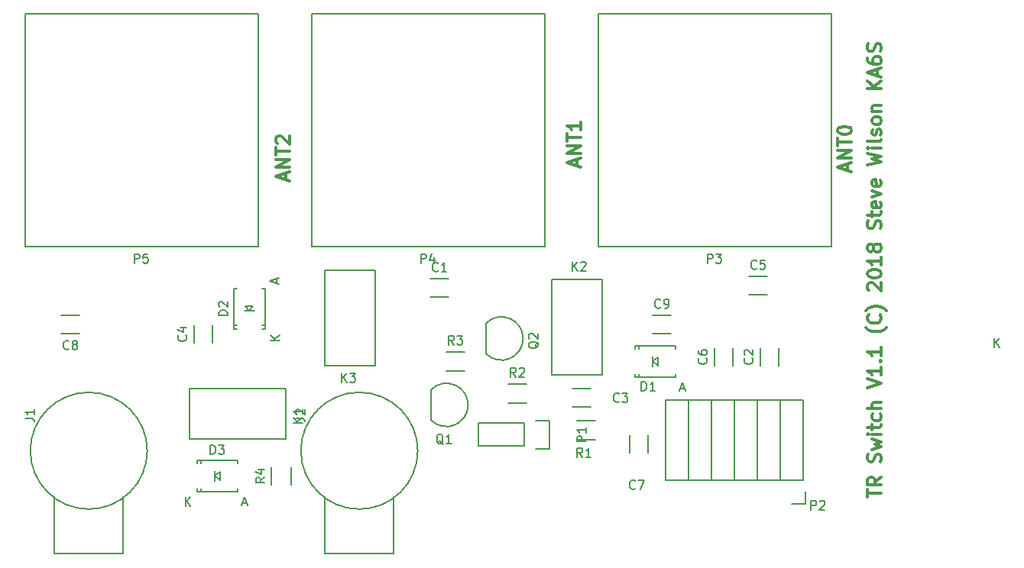
<source format=gto>
G04 #@! TF.GenerationSoftware,KiCad,Pcbnew,(2017-09-22 revision df472e6)-master*
G04 #@! TF.CreationDate,2018-05-12T20:12:06-07:00*
G04 #@! TF.ProjectId,trswitch,74727377697463682E6B696361645F70,rev?*
G04 #@! TF.SameCoordinates,Original*
G04 #@! TF.FileFunction,Legend,Top*
G04 #@! TF.FilePolarity,Positive*
%FSLAX46Y46*%
G04 Gerber Fmt 4.6, Leading zero omitted, Abs format (unit mm)*
G04 Created by KiCad (PCBNEW (2017-09-22 revision df472e6)-master) date Sat May 12 20:12:06 2018*
%MOMM*%
%LPD*%
G01*
G04 APERTURE LIST*
%ADD10C,0.300000*%
%ADD11C,0.150000*%
G04 APERTURE END LIST*
D10*
X194758571Y-119448285D02*
X194758571Y-118591142D01*
X196258571Y-119019714D02*
X194758571Y-119019714D01*
X196258571Y-117234000D02*
X195544285Y-117734000D01*
X196258571Y-118091142D02*
X194758571Y-118091142D01*
X194758571Y-117519714D01*
X194830000Y-117376857D01*
X194901428Y-117305428D01*
X195044285Y-117234000D01*
X195258571Y-117234000D01*
X195401428Y-117305428D01*
X195472857Y-117376857D01*
X195544285Y-117519714D01*
X195544285Y-118091142D01*
X196187142Y-115519714D02*
X196258571Y-115305428D01*
X196258571Y-114948285D01*
X196187142Y-114805428D01*
X196115714Y-114734000D01*
X195972857Y-114662571D01*
X195830000Y-114662571D01*
X195687142Y-114734000D01*
X195615714Y-114805428D01*
X195544285Y-114948285D01*
X195472857Y-115234000D01*
X195401428Y-115376857D01*
X195330000Y-115448285D01*
X195187142Y-115519714D01*
X195044285Y-115519714D01*
X194901428Y-115448285D01*
X194830000Y-115376857D01*
X194758571Y-115234000D01*
X194758571Y-114876857D01*
X194830000Y-114662571D01*
X195258571Y-114162571D02*
X196258571Y-113876857D01*
X195544285Y-113591142D01*
X196258571Y-113305428D01*
X195258571Y-113019714D01*
X196258571Y-112448285D02*
X195258571Y-112448285D01*
X194758571Y-112448285D02*
X194830000Y-112519714D01*
X194901428Y-112448285D01*
X194830000Y-112376857D01*
X194758571Y-112448285D01*
X194901428Y-112448285D01*
X195258571Y-111948285D02*
X195258571Y-111376857D01*
X194758571Y-111734000D02*
X196044285Y-111734000D01*
X196187142Y-111662571D01*
X196258571Y-111519714D01*
X196258571Y-111376857D01*
X196187142Y-110234000D02*
X196258571Y-110376857D01*
X196258571Y-110662571D01*
X196187142Y-110805428D01*
X196115714Y-110876857D01*
X195972857Y-110948285D01*
X195544285Y-110948285D01*
X195401428Y-110876857D01*
X195330000Y-110805428D01*
X195258571Y-110662571D01*
X195258571Y-110376857D01*
X195330000Y-110234000D01*
X196258571Y-109591142D02*
X194758571Y-109591142D01*
X196258571Y-108948285D02*
X195472857Y-108948285D01*
X195330000Y-109019714D01*
X195258571Y-109162571D01*
X195258571Y-109376857D01*
X195330000Y-109519714D01*
X195401428Y-109591142D01*
X194758571Y-107305428D02*
X196258571Y-106805428D01*
X194758571Y-106305428D01*
X196258571Y-105019714D02*
X196258571Y-105876857D01*
X196258571Y-105448285D02*
X194758571Y-105448285D01*
X194972857Y-105591142D01*
X195115714Y-105734000D01*
X195187142Y-105876857D01*
X196115714Y-104376857D02*
X196187142Y-104305428D01*
X196258571Y-104376857D01*
X196187142Y-104448285D01*
X196115714Y-104376857D01*
X196258571Y-104376857D01*
X196258571Y-102876857D02*
X196258571Y-103734000D01*
X196258571Y-103305428D02*
X194758571Y-103305428D01*
X194972857Y-103448285D01*
X195115714Y-103591142D01*
X195187142Y-103734000D01*
X196830000Y-100662571D02*
X196758571Y-100734000D01*
X196544285Y-100876857D01*
X196401428Y-100948285D01*
X196187142Y-101019714D01*
X195830000Y-101091142D01*
X195544285Y-101091142D01*
X195187142Y-101019714D01*
X194972857Y-100948285D01*
X194830000Y-100876857D01*
X194615714Y-100734000D01*
X194544285Y-100662571D01*
X196115714Y-99234000D02*
X196187142Y-99305428D01*
X196258571Y-99519714D01*
X196258571Y-99662571D01*
X196187142Y-99876857D01*
X196044285Y-100019714D01*
X195901428Y-100091142D01*
X195615714Y-100162571D01*
X195401428Y-100162571D01*
X195115714Y-100091142D01*
X194972857Y-100019714D01*
X194830000Y-99876857D01*
X194758571Y-99662571D01*
X194758571Y-99519714D01*
X194830000Y-99305428D01*
X194901428Y-99234000D01*
X196830000Y-98734000D02*
X196758571Y-98662571D01*
X196544285Y-98519714D01*
X196401428Y-98448285D01*
X196187142Y-98376857D01*
X195830000Y-98305428D01*
X195544285Y-98305428D01*
X195187142Y-98376857D01*
X194972857Y-98448285D01*
X194830000Y-98519714D01*
X194615714Y-98662571D01*
X194544285Y-98734000D01*
X194901428Y-96519714D02*
X194830000Y-96448285D01*
X194758571Y-96305428D01*
X194758571Y-95948285D01*
X194830000Y-95805428D01*
X194901428Y-95734000D01*
X195044285Y-95662571D01*
X195187142Y-95662571D01*
X195401428Y-95734000D01*
X196258571Y-96591142D01*
X196258571Y-95662571D01*
X194758571Y-94734000D02*
X194758571Y-94591142D01*
X194830000Y-94448285D01*
X194901428Y-94376857D01*
X195044285Y-94305428D01*
X195330000Y-94234000D01*
X195687142Y-94234000D01*
X195972857Y-94305428D01*
X196115714Y-94376857D01*
X196187142Y-94448285D01*
X196258571Y-94591142D01*
X196258571Y-94734000D01*
X196187142Y-94876857D01*
X196115714Y-94948285D01*
X195972857Y-95019714D01*
X195687142Y-95091142D01*
X195330000Y-95091142D01*
X195044285Y-95019714D01*
X194901428Y-94948285D01*
X194830000Y-94876857D01*
X194758571Y-94734000D01*
X196258571Y-92805428D02*
X196258571Y-93662571D01*
X196258571Y-93234000D02*
X194758571Y-93234000D01*
X194972857Y-93376857D01*
X195115714Y-93519714D01*
X195187142Y-93662571D01*
X195401428Y-91948285D02*
X195330000Y-92091142D01*
X195258571Y-92162571D01*
X195115714Y-92234000D01*
X195044285Y-92234000D01*
X194901428Y-92162571D01*
X194830000Y-92091142D01*
X194758571Y-91948285D01*
X194758571Y-91662571D01*
X194830000Y-91519714D01*
X194901428Y-91448285D01*
X195044285Y-91376857D01*
X195115714Y-91376857D01*
X195258571Y-91448285D01*
X195330000Y-91519714D01*
X195401428Y-91662571D01*
X195401428Y-91948285D01*
X195472857Y-92091142D01*
X195544285Y-92162571D01*
X195687142Y-92234000D01*
X195972857Y-92234000D01*
X196115714Y-92162571D01*
X196187142Y-92091142D01*
X196258571Y-91948285D01*
X196258571Y-91662571D01*
X196187142Y-91519714D01*
X196115714Y-91448285D01*
X195972857Y-91376857D01*
X195687142Y-91376857D01*
X195544285Y-91448285D01*
X195472857Y-91519714D01*
X195401428Y-91662571D01*
X196187142Y-89662571D02*
X196258571Y-89448285D01*
X196258571Y-89091142D01*
X196187142Y-88948285D01*
X196115714Y-88876857D01*
X195972857Y-88805428D01*
X195830000Y-88805428D01*
X195687142Y-88876857D01*
X195615714Y-88948285D01*
X195544285Y-89091142D01*
X195472857Y-89376857D01*
X195401428Y-89519714D01*
X195330000Y-89591142D01*
X195187142Y-89662571D01*
X195044285Y-89662571D01*
X194901428Y-89591142D01*
X194830000Y-89519714D01*
X194758571Y-89376857D01*
X194758571Y-89019714D01*
X194830000Y-88805428D01*
X195258571Y-88376857D02*
X195258571Y-87805428D01*
X194758571Y-88162571D02*
X196044285Y-88162571D01*
X196187142Y-88091142D01*
X196258571Y-87948285D01*
X196258571Y-87805428D01*
X196187142Y-86734000D02*
X196258571Y-86876857D01*
X196258571Y-87162571D01*
X196187142Y-87305428D01*
X196044285Y-87376857D01*
X195472857Y-87376857D01*
X195330000Y-87305428D01*
X195258571Y-87162571D01*
X195258571Y-86876857D01*
X195330000Y-86734000D01*
X195472857Y-86662571D01*
X195615714Y-86662571D01*
X195758571Y-87376857D01*
X195258571Y-86162571D02*
X196258571Y-85805428D01*
X195258571Y-85448285D01*
X196187142Y-84305428D02*
X196258571Y-84448285D01*
X196258571Y-84734000D01*
X196187142Y-84876857D01*
X196044285Y-84948285D01*
X195472857Y-84948285D01*
X195330000Y-84876857D01*
X195258571Y-84734000D01*
X195258571Y-84448285D01*
X195330000Y-84305428D01*
X195472857Y-84234000D01*
X195615714Y-84234000D01*
X195758571Y-84948285D01*
X194758571Y-82591142D02*
X196258571Y-82234000D01*
X195187142Y-81948285D01*
X196258571Y-81662571D01*
X194758571Y-81305428D01*
X196258571Y-80734000D02*
X195258571Y-80734000D01*
X194758571Y-80734000D02*
X194830000Y-80805428D01*
X194901428Y-80734000D01*
X194830000Y-80662571D01*
X194758571Y-80734000D01*
X194901428Y-80734000D01*
X196258571Y-79805428D02*
X196187142Y-79948285D01*
X196044285Y-80019714D01*
X194758571Y-80019714D01*
X196187142Y-79305428D02*
X196258571Y-79162571D01*
X196258571Y-78876857D01*
X196187142Y-78734000D01*
X196044285Y-78662571D01*
X195972857Y-78662571D01*
X195830000Y-78734000D01*
X195758571Y-78876857D01*
X195758571Y-79091142D01*
X195687142Y-79234000D01*
X195544285Y-79305428D01*
X195472857Y-79305428D01*
X195330000Y-79234000D01*
X195258571Y-79091142D01*
X195258571Y-78876857D01*
X195330000Y-78734000D01*
X196258571Y-77805428D02*
X196187142Y-77948285D01*
X196115714Y-78019714D01*
X195972857Y-78091142D01*
X195544285Y-78091142D01*
X195401428Y-78019714D01*
X195330000Y-77948285D01*
X195258571Y-77805428D01*
X195258571Y-77591142D01*
X195330000Y-77448285D01*
X195401428Y-77376857D01*
X195544285Y-77305428D01*
X195972857Y-77305428D01*
X196115714Y-77376857D01*
X196187142Y-77448285D01*
X196258571Y-77591142D01*
X196258571Y-77805428D01*
X195258571Y-76662571D02*
X196258571Y-76662571D01*
X195401428Y-76662571D02*
X195330000Y-76591142D01*
X195258571Y-76448285D01*
X195258571Y-76234000D01*
X195330000Y-76091142D01*
X195472857Y-76019714D01*
X196258571Y-76019714D01*
X196258571Y-74162571D02*
X194758571Y-74162571D01*
X196258571Y-73305428D02*
X195401428Y-73948285D01*
X194758571Y-73305428D02*
X195615714Y-74162571D01*
X195830000Y-72734000D02*
X195830000Y-72019714D01*
X196258571Y-72876857D02*
X194758571Y-72376857D01*
X196258571Y-71876857D01*
X194758571Y-70734000D02*
X194758571Y-71019714D01*
X194830000Y-71162571D01*
X194901428Y-71234000D01*
X195115714Y-71376857D01*
X195401428Y-71448285D01*
X195972857Y-71448285D01*
X196115714Y-71376857D01*
X196187142Y-71305428D01*
X196258571Y-71162571D01*
X196258571Y-70876857D01*
X196187142Y-70734000D01*
X196115714Y-70662571D01*
X195972857Y-70591142D01*
X195615714Y-70591142D01*
X195472857Y-70662571D01*
X195401428Y-70734000D01*
X195330000Y-70876857D01*
X195330000Y-71162571D01*
X195401428Y-71305428D01*
X195472857Y-71376857D01*
X195615714Y-71448285D01*
X196187142Y-70019714D02*
X196258571Y-69805428D01*
X196258571Y-69448285D01*
X196187142Y-69305428D01*
X196115714Y-69234000D01*
X195972857Y-69162571D01*
X195830000Y-69162571D01*
X195687142Y-69234000D01*
X195615714Y-69305428D01*
X195544285Y-69448285D01*
X195472857Y-69734000D01*
X195401428Y-69876857D01*
X195330000Y-69948285D01*
X195187142Y-70019714D01*
X195044285Y-70019714D01*
X194901428Y-69948285D01*
X194830000Y-69876857D01*
X194758571Y-69734000D01*
X194758571Y-69376857D01*
X194830000Y-69162571D01*
X130298000Y-84216571D02*
X130298000Y-83502285D01*
X130726571Y-84359428D02*
X129226571Y-83859428D01*
X130726571Y-83359428D01*
X130726571Y-82859428D02*
X129226571Y-82859428D01*
X130726571Y-82002285D01*
X129226571Y-82002285D01*
X129226571Y-81502285D02*
X129226571Y-80645142D01*
X130726571Y-81073714D02*
X129226571Y-81073714D01*
X129369428Y-80216571D02*
X129298000Y-80145142D01*
X129226571Y-80002285D01*
X129226571Y-79645142D01*
X129298000Y-79502285D01*
X129369428Y-79430857D01*
X129512285Y-79359428D01*
X129655142Y-79359428D01*
X129869428Y-79430857D01*
X130726571Y-80288000D01*
X130726571Y-79359428D01*
X162556000Y-82692571D02*
X162556000Y-81978285D01*
X162984571Y-82835428D02*
X161484571Y-82335428D01*
X162984571Y-81835428D01*
X162984571Y-81335428D02*
X161484571Y-81335428D01*
X162984571Y-80478285D01*
X161484571Y-80478285D01*
X161484571Y-79978285D02*
X161484571Y-79121142D01*
X162984571Y-79549714D02*
X161484571Y-79549714D01*
X162984571Y-77835428D02*
X162984571Y-78692571D01*
X162984571Y-78264000D02*
X161484571Y-78264000D01*
X161698857Y-78406857D01*
X161841714Y-78549714D01*
X161913142Y-78692571D01*
X192528000Y-83200571D02*
X192528000Y-82486285D01*
X192956571Y-83343428D02*
X191456571Y-82843428D01*
X192956571Y-82343428D01*
X192956571Y-81843428D02*
X191456571Y-81843428D01*
X192956571Y-80986285D01*
X191456571Y-80986285D01*
X191456571Y-80486285D02*
X191456571Y-79629142D01*
X192956571Y-80057714D02*
X191456571Y-80057714D01*
X191456571Y-78843428D02*
X191456571Y-78700571D01*
X191528000Y-78557714D01*
X191599428Y-78486285D01*
X191742285Y-78414857D01*
X192028000Y-78343428D01*
X192385142Y-78343428D01*
X192670857Y-78414857D01*
X192813714Y-78486285D01*
X192885142Y-78557714D01*
X192956571Y-78700571D01*
X192956571Y-78843428D01*
X192885142Y-78986285D01*
X192813714Y-79057714D01*
X192670857Y-79129142D01*
X192385142Y-79200571D01*
X192028000Y-79200571D01*
X191742285Y-79129142D01*
X191599428Y-79057714D01*
X191528000Y-78986285D01*
X191456571Y-78843428D01*
D11*
X148320000Y-95241000D02*
X146320000Y-95241000D01*
X146320000Y-97291000D02*
X148320000Y-97291000D01*
X184921000Y-104886000D02*
X184921000Y-102886000D01*
X182871000Y-102886000D02*
X182871000Y-104886000D01*
X162068000Y-109483000D02*
X164068000Y-109483000D01*
X164068000Y-107433000D02*
X162068000Y-107433000D01*
X120133000Y-100346000D02*
X120133000Y-102346000D01*
X122183000Y-102346000D02*
X122183000Y-100346000D01*
X183626000Y-94987000D02*
X181626000Y-94987000D01*
X181626000Y-97037000D02*
X183626000Y-97037000D01*
X179841000Y-104886000D02*
X179841000Y-102886000D01*
X177791000Y-102886000D02*
X177791000Y-104886000D01*
X168393000Y-112538000D02*
X168393000Y-114538000D01*
X170443000Y-114538000D02*
X170443000Y-112538000D01*
X105426000Y-101355000D02*
X107426000Y-101355000D01*
X107426000Y-99305000D02*
X105426000Y-99305000D01*
X172958000Y-99305000D02*
X170958000Y-99305000D01*
X170958000Y-101355000D02*
X172958000Y-101355000D01*
X119658000Y-113010000D02*
X119658000Y-107435000D01*
X130258000Y-113010000D02*
X119658000Y-113010000D01*
X130258000Y-107435000D02*
X130258000Y-113010000D01*
X119658000Y-107435000D02*
X130258000Y-107435000D01*
X165334000Y-105894000D02*
X159759000Y-105894000D01*
X165334000Y-95294000D02*
X165334000Y-105894000D01*
X159759000Y-95294000D02*
X165334000Y-95294000D01*
X159759000Y-105894000D02*
X159759000Y-95294000D01*
X140215000Y-94258000D02*
X140215000Y-104858000D01*
X140215000Y-104858000D02*
X134640000Y-104858000D01*
X134640000Y-104858000D02*
X134640000Y-94258000D01*
X134640000Y-94258000D02*
X140215000Y-94258000D01*
X156718000Y-111252000D02*
X151638000Y-111252000D01*
X151638000Y-111252000D02*
X151638000Y-113792000D01*
X151638000Y-113792000D02*
X156718000Y-113792000D01*
X159538000Y-114072000D02*
X157988000Y-114072000D01*
X156718000Y-113792000D02*
X156718000Y-111252000D01*
X157988000Y-110972000D02*
X159538000Y-110972000D01*
X159538000Y-110972000D02*
X159538000Y-114072000D01*
X172330000Y-108700000D02*
X172330000Y-117530000D01*
X174870000Y-108700000D02*
X172330000Y-108700000D01*
X174870000Y-117530000D02*
X172330000Y-117530000D01*
X177410000Y-117530000D02*
X174870000Y-117530000D01*
X177410000Y-108700000D02*
X174870000Y-108700000D01*
X174870000Y-108700000D02*
X174870000Y-117530000D01*
X177410000Y-108700000D02*
X177410000Y-117530000D01*
X179950000Y-108700000D02*
X177410000Y-108700000D01*
X179950000Y-117530000D02*
X177410000Y-117530000D01*
X182490000Y-117530000D02*
X179950000Y-117530000D01*
X182490000Y-108700000D02*
X179950000Y-108700000D01*
X179950000Y-108700000D02*
X179950000Y-117530000D01*
X182490000Y-108700000D02*
X182490000Y-117530000D01*
X185030000Y-108700000D02*
X182490000Y-108700000D01*
X185030000Y-117530000D02*
X185030000Y-108700000D01*
X185030000Y-117530000D02*
X182490000Y-117530000D01*
X187570000Y-117530000D02*
X185030000Y-117530000D01*
X186300000Y-120200000D02*
X187850000Y-120200000D01*
X187850000Y-120200000D02*
X187850000Y-118800000D01*
X187570000Y-117530000D02*
X187570000Y-108700000D01*
X187570000Y-108700000D02*
X185030000Y-108700000D01*
X185030000Y-108700000D02*
X185030000Y-117530000D01*
X164576000Y-113089000D02*
X162576000Y-113089000D01*
X162576000Y-110939000D02*
X164576000Y-110939000D01*
X154956000Y-106875000D02*
X156956000Y-106875000D01*
X156956000Y-109025000D02*
X154956000Y-109025000D01*
X150098000Y-105469000D02*
X148098000Y-105469000D01*
X148098000Y-103319000D02*
X150098000Y-103319000D01*
X146382000Y-107520000D02*
X146382000Y-110920000D01*
X146384944Y-107522944D02*
G75*
G02X150482000Y-109220000I1697056J-1697056D01*
G01*
X146384944Y-110917056D02*
G75*
G03X150482000Y-109220000I1697056J1697056D01*
G01*
X152480944Y-103551056D02*
G75*
G03X156578000Y-101854000I1697056J1697056D01*
G01*
X152480944Y-100156944D02*
G75*
G02X156578000Y-101854000I1697056J-1697056D01*
G01*
X152478000Y-100154000D02*
X152478000Y-103554000D01*
X114933755Y-114300000D02*
G75*
G03X114933755Y-114300000I-6475755J0D01*
G01*
X104648000Y-125730000D02*
X104648000Y-119380000D01*
X112268000Y-125730000D02*
X104648000Y-125730000D01*
X112268000Y-124460000D02*
X112268000Y-125730000D01*
X112268000Y-119380000D02*
X112268000Y-124460000D01*
X142240000Y-119380000D02*
X142240000Y-124460000D01*
X142240000Y-124460000D02*
X142240000Y-125730000D01*
X142240000Y-125730000D02*
X134620000Y-125730000D01*
X134620000Y-125730000D02*
X134620000Y-119380000D01*
X144905755Y-114300000D02*
G75*
G03X144905755Y-114300000I-6475755J0D01*
G01*
X170946000Y-104394000D02*
X171496000Y-103944000D01*
X171496000Y-103944000D02*
X171496000Y-104844000D01*
X171496000Y-104844000D02*
X170946000Y-104394000D01*
X170946000Y-103844000D02*
X170946000Y-104944000D01*
X169396860Y-106144060D02*
X169396860Y-105793540D01*
X169396860Y-102643940D02*
X169396860Y-102994460D01*
X173446440Y-106144060D02*
X173446440Y-105793540D01*
X168945560Y-106144060D02*
X168945560Y-105793540D01*
X168945560Y-102643940D02*
X168945560Y-102994460D01*
X173446440Y-102643940D02*
X173446440Y-102994460D01*
X168945560Y-106144060D02*
X173446440Y-106144060D01*
X168945560Y-102643940D02*
X173446440Y-102643940D01*
X126238000Y-98802000D02*
X125788000Y-98252000D01*
X125788000Y-98252000D02*
X126688000Y-98252000D01*
X126688000Y-98252000D02*
X126238000Y-98802000D01*
X125688000Y-98802000D02*
X126788000Y-98802000D01*
X127988060Y-100351140D02*
X127637540Y-100351140D01*
X124487940Y-100351140D02*
X124838460Y-100351140D01*
X127988060Y-96301560D02*
X127637540Y-96301560D01*
X127988060Y-100802440D02*
X127637540Y-100802440D01*
X124487940Y-100802440D02*
X124838460Y-100802440D01*
X124487940Y-96301560D02*
X124838460Y-96301560D01*
X127988060Y-100802440D02*
X127988060Y-96301560D01*
X124487940Y-100802440D02*
X124487940Y-96301560D01*
X120431560Y-115343940D02*
X124932440Y-115343940D01*
X120431560Y-118844060D02*
X124932440Y-118844060D01*
X124932440Y-115343940D02*
X124932440Y-115694460D01*
X120431560Y-115343940D02*
X120431560Y-115694460D01*
X120431560Y-118844060D02*
X120431560Y-118493540D01*
X124932440Y-118844060D02*
X124932440Y-118493540D01*
X120882860Y-115343940D02*
X120882860Y-115694460D01*
X120882860Y-118844060D02*
X120882860Y-118493540D01*
X122432000Y-116544000D02*
X122432000Y-117644000D01*
X122982000Y-117544000D02*
X122432000Y-117094000D01*
X122982000Y-116644000D02*
X122982000Y-117544000D01*
X122432000Y-117094000D02*
X122982000Y-116644000D01*
X130869000Y-116094000D02*
X130869000Y-118094000D01*
X128719000Y-118094000D02*
X128719000Y-116094000D01*
X164900000Y-91640000D02*
X164900000Y-65840000D01*
X190700000Y-91640000D02*
X164900000Y-91640000D01*
X190700000Y-65840000D02*
X190700000Y-91640000D01*
X164900000Y-65840000D02*
X190700000Y-65840000D01*
X133150000Y-65840000D02*
X158950000Y-65840000D01*
X158950000Y-65840000D02*
X158950000Y-91640000D01*
X158950000Y-91640000D02*
X133150000Y-91640000D01*
X133150000Y-91640000D02*
X133150000Y-65840000D01*
X101400000Y-91640000D02*
X101400000Y-65840000D01*
X127200000Y-91640000D02*
X101400000Y-91640000D01*
X127200000Y-65840000D02*
X127200000Y-91640000D01*
X101400000Y-65840000D02*
X127200000Y-65840000D01*
X147153333Y-94323142D02*
X147105714Y-94370761D01*
X146962857Y-94418380D01*
X146867619Y-94418380D01*
X146724761Y-94370761D01*
X146629523Y-94275523D01*
X146581904Y-94180285D01*
X146534285Y-93989809D01*
X146534285Y-93846952D01*
X146581904Y-93656476D01*
X146629523Y-93561238D01*
X146724761Y-93466000D01*
X146867619Y-93418380D01*
X146962857Y-93418380D01*
X147105714Y-93466000D01*
X147153333Y-93513619D01*
X148105714Y-94418380D02*
X147534285Y-94418380D01*
X147820000Y-94418380D02*
X147820000Y-93418380D01*
X147724761Y-93561238D01*
X147629523Y-93656476D01*
X147534285Y-93704095D01*
X181953142Y-104052666D02*
X182000761Y-104100285D01*
X182048380Y-104243142D01*
X182048380Y-104338380D01*
X182000761Y-104481238D01*
X181905523Y-104576476D01*
X181810285Y-104624095D01*
X181619809Y-104671714D01*
X181476952Y-104671714D01*
X181286476Y-104624095D01*
X181191238Y-104576476D01*
X181096000Y-104481238D01*
X181048380Y-104338380D01*
X181048380Y-104243142D01*
X181096000Y-104100285D01*
X181143619Y-104052666D01*
X181143619Y-103671714D02*
X181096000Y-103624095D01*
X181048380Y-103528857D01*
X181048380Y-103290761D01*
X181096000Y-103195523D01*
X181143619Y-103147904D01*
X181238857Y-103100285D01*
X181334095Y-103100285D01*
X181476952Y-103147904D01*
X182048380Y-103719333D01*
X182048380Y-103100285D01*
X167219333Y-108815142D02*
X167171714Y-108862761D01*
X167028857Y-108910380D01*
X166933619Y-108910380D01*
X166790761Y-108862761D01*
X166695523Y-108767523D01*
X166647904Y-108672285D01*
X166600285Y-108481809D01*
X166600285Y-108338952D01*
X166647904Y-108148476D01*
X166695523Y-108053238D01*
X166790761Y-107958000D01*
X166933619Y-107910380D01*
X167028857Y-107910380D01*
X167171714Y-107958000D01*
X167219333Y-108005619D01*
X167552666Y-107910380D02*
X168171714Y-107910380D01*
X167838380Y-108291333D01*
X167981238Y-108291333D01*
X168076476Y-108338952D01*
X168124095Y-108386571D01*
X168171714Y-108481809D01*
X168171714Y-108719904D01*
X168124095Y-108815142D01*
X168076476Y-108862761D01*
X167981238Y-108910380D01*
X167695523Y-108910380D01*
X167600285Y-108862761D01*
X167552666Y-108815142D01*
X119215142Y-101512666D02*
X119262761Y-101560285D01*
X119310380Y-101703142D01*
X119310380Y-101798380D01*
X119262761Y-101941238D01*
X119167523Y-102036476D01*
X119072285Y-102084095D01*
X118881809Y-102131714D01*
X118738952Y-102131714D01*
X118548476Y-102084095D01*
X118453238Y-102036476D01*
X118358000Y-101941238D01*
X118310380Y-101798380D01*
X118310380Y-101703142D01*
X118358000Y-101560285D01*
X118405619Y-101512666D01*
X118643714Y-100655523D02*
X119310380Y-100655523D01*
X118262761Y-100893619D02*
X118977047Y-101131714D01*
X118977047Y-100512666D01*
X182459333Y-94069142D02*
X182411714Y-94116761D01*
X182268857Y-94164380D01*
X182173619Y-94164380D01*
X182030761Y-94116761D01*
X181935523Y-94021523D01*
X181887904Y-93926285D01*
X181840285Y-93735809D01*
X181840285Y-93592952D01*
X181887904Y-93402476D01*
X181935523Y-93307238D01*
X182030761Y-93212000D01*
X182173619Y-93164380D01*
X182268857Y-93164380D01*
X182411714Y-93212000D01*
X182459333Y-93259619D01*
X183364095Y-93164380D02*
X182887904Y-93164380D01*
X182840285Y-93640571D01*
X182887904Y-93592952D01*
X182983142Y-93545333D01*
X183221238Y-93545333D01*
X183316476Y-93592952D01*
X183364095Y-93640571D01*
X183411714Y-93735809D01*
X183411714Y-93973904D01*
X183364095Y-94069142D01*
X183316476Y-94116761D01*
X183221238Y-94164380D01*
X182983142Y-94164380D01*
X182887904Y-94116761D01*
X182840285Y-94069142D01*
X176873142Y-104052666D02*
X176920761Y-104100285D01*
X176968380Y-104243142D01*
X176968380Y-104338380D01*
X176920761Y-104481238D01*
X176825523Y-104576476D01*
X176730285Y-104624095D01*
X176539809Y-104671714D01*
X176396952Y-104671714D01*
X176206476Y-104624095D01*
X176111238Y-104576476D01*
X176016000Y-104481238D01*
X175968380Y-104338380D01*
X175968380Y-104243142D01*
X176016000Y-104100285D01*
X176063619Y-104052666D01*
X175968380Y-103195523D02*
X175968380Y-103386000D01*
X176016000Y-103481238D01*
X176063619Y-103528857D01*
X176206476Y-103624095D01*
X176396952Y-103671714D01*
X176777904Y-103671714D01*
X176873142Y-103624095D01*
X176920761Y-103576476D01*
X176968380Y-103481238D01*
X176968380Y-103290761D01*
X176920761Y-103195523D01*
X176873142Y-103147904D01*
X176777904Y-103100285D01*
X176539809Y-103100285D01*
X176444571Y-103147904D01*
X176396952Y-103195523D01*
X176349333Y-103290761D01*
X176349333Y-103481238D01*
X176396952Y-103576476D01*
X176444571Y-103624095D01*
X176539809Y-103671714D01*
X168997333Y-118467142D02*
X168949714Y-118514761D01*
X168806857Y-118562380D01*
X168711619Y-118562380D01*
X168568761Y-118514761D01*
X168473523Y-118419523D01*
X168425904Y-118324285D01*
X168378285Y-118133809D01*
X168378285Y-117990952D01*
X168425904Y-117800476D01*
X168473523Y-117705238D01*
X168568761Y-117610000D01*
X168711619Y-117562380D01*
X168806857Y-117562380D01*
X168949714Y-117610000D01*
X168997333Y-117657619D01*
X169330666Y-117562380D02*
X169997333Y-117562380D01*
X169568761Y-118562380D01*
X106259333Y-102987142D02*
X106211714Y-103034761D01*
X106068857Y-103082380D01*
X105973619Y-103082380D01*
X105830761Y-103034761D01*
X105735523Y-102939523D01*
X105687904Y-102844285D01*
X105640285Y-102653809D01*
X105640285Y-102510952D01*
X105687904Y-102320476D01*
X105735523Y-102225238D01*
X105830761Y-102130000D01*
X105973619Y-102082380D01*
X106068857Y-102082380D01*
X106211714Y-102130000D01*
X106259333Y-102177619D01*
X106830761Y-102510952D02*
X106735523Y-102463333D01*
X106687904Y-102415714D01*
X106640285Y-102320476D01*
X106640285Y-102272857D01*
X106687904Y-102177619D01*
X106735523Y-102130000D01*
X106830761Y-102082380D01*
X107021238Y-102082380D01*
X107116476Y-102130000D01*
X107164095Y-102177619D01*
X107211714Y-102272857D01*
X107211714Y-102320476D01*
X107164095Y-102415714D01*
X107116476Y-102463333D01*
X107021238Y-102510952D01*
X106830761Y-102510952D01*
X106735523Y-102558571D01*
X106687904Y-102606190D01*
X106640285Y-102701428D01*
X106640285Y-102891904D01*
X106687904Y-102987142D01*
X106735523Y-103034761D01*
X106830761Y-103082380D01*
X107021238Y-103082380D01*
X107116476Y-103034761D01*
X107164095Y-102987142D01*
X107211714Y-102891904D01*
X107211714Y-102701428D01*
X107164095Y-102606190D01*
X107116476Y-102558571D01*
X107021238Y-102510952D01*
X171791333Y-98387142D02*
X171743714Y-98434761D01*
X171600857Y-98482380D01*
X171505619Y-98482380D01*
X171362761Y-98434761D01*
X171267523Y-98339523D01*
X171219904Y-98244285D01*
X171172285Y-98053809D01*
X171172285Y-97910952D01*
X171219904Y-97720476D01*
X171267523Y-97625238D01*
X171362761Y-97530000D01*
X171505619Y-97482380D01*
X171600857Y-97482380D01*
X171743714Y-97530000D01*
X171791333Y-97577619D01*
X172267523Y-98482380D02*
X172458000Y-98482380D01*
X172553238Y-98434761D01*
X172600857Y-98387142D01*
X172696095Y-98244285D01*
X172743714Y-98053809D01*
X172743714Y-97672857D01*
X172696095Y-97577619D01*
X172648476Y-97530000D01*
X172553238Y-97482380D01*
X172362761Y-97482380D01*
X172267523Y-97530000D01*
X172219904Y-97577619D01*
X172172285Y-97672857D01*
X172172285Y-97910952D01*
X172219904Y-98006190D01*
X172267523Y-98053809D01*
X172362761Y-98101428D01*
X172553238Y-98101428D01*
X172648476Y-98053809D01*
X172696095Y-98006190D01*
X172743714Y-97910952D01*
X132110380Y-111188095D02*
X131110380Y-111188095D01*
X132110380Y-110616666D02*
X131538952Y-111045238D01*
X131110380Y-110616666D02*
X131681809Y-111188095D01*
X132110380Y-109664285D02*
X132110380Y-110235714D01*
X132110380Y-109950000D02*
X131110380Y-109950000D01*
X131253238Y-110045238D01*
X131348476Y-110140476D01*
X131396095Y-110235714D01*
X162035904Y-94346380D02*
X162035904Y-93346380D01*
X162607333Y-94346380D02*
X162178761Y-93774952D01*
X162607333Y-93346380D02*
X162035904Y-93917809D01*
X162988285Y-93441619D02*
X163035904Y-93394000D01*
X163131142Y-93346380D01*
X163369238Y-93346380D01*
X163464476Y-93394000D01*
X163512095Y-93441619D01*
X163559714Y-93536857D01*
X163559714Y-93632095D01*
X163512095Y-93774952D01*
X162940666Y-94346380D01*
X163559714Y-94346380D01*
X136461904Y-106710380D02*
X136461904Y-105710380D01*
X137033333Y-106710380D02*
X136604761Y-106138952D01*
X137033333Y-105710380D02*
X136461904Y-106281809D01*
X137366666Y-105710380D02*
X137985714Y-105710380D01*
X137652380Y-106091333D01*
X137795238Y-106091333D01*
X137890476Y-106138952D01*
X137938095Y-106186571D01*
X137985714Y-106281809D01*
X137985714Y-106519904D01*
X137938095Y-106615142D01*
X137890476Y-106662761D01*
X137795238Y-106710380D01*
X137509523Y-106710380D01*
X137414285Y-106662761D01*
X137366666Y-106615142D01*
X163540380Y-113260095D02*
X162540380Y-113260095D01*
X162540380Y-112879142D01*
X162588000Y-112783904D01*
X162635619Y-112736285D01*
X162730857Y-112688666D01*
X162873714Y-112688666D01*
X162968952Y-112736285D01*
X163016571Y-112783904D01*
X163064190Y-112879142D01*
X163064190Y-113260095D01*
X163540380Y-111736285D02*
X163540380Y-112307714D01*
X163540380Y-112022000D02*
X162540380Y-112022000D01*
X162683238Y-112117238D01*
X162778476Y-112212476D01*
X162826095Y-112307714D01*
X188491904Y-120848380D02*
X188491904Y-119848380D01*
X188872857Y-119848380D01*
X188968095Y-119896000D01*
X189015714Y-119943619D01*
X189063333Y-120038857D01*
X189063333Y-120181714D01*
X189015714Y-120276952D01*
X188968095Y-120324571D01*
X188872857Y-120372190D01*
X188491904Y-120372190D01*
X189444285Y-119943619D02*
X189491904Y-119896000D01*
X189587142Y-119848380D01*
X189825238Y-119848380D01*
X189920476Y-119896000D01*
X189968095Y-119943619D01*
X190015714Y-120038857D01*
X190015714Y-120134095D01*
X189968095Y-120276952D01*
X189396666Y-120848380D01*
X190015714Y-120848380D01*
X163155333Y-115006380D02*
X162822000Y-114530190D01*
X162583904Y-115006380D02*
X162583904Y-114006380D01*
X162964857Y-114006380D01*
X163060095Y-114054000D01*
X163107714Y-114101619D01*
X163155333Y-114196857D01*
X163155333Y-114339714D01*
X163107714Y-114434952D01*
X163060095Y-114482571D01*
X162964857Y-114530190D01*
X162583904Y-114530190D01*
X164107714Y-115006380D02*
X163536285Y-115006380D01*
X163822000Y-115006380D02*
X163822000Y-114006380D01*
X163726761Y-114149238D01*
X163631523Y-114244476D01*
X163536285Y-114292095D01*
X155789333Y-106102380D02*
X155456000Y-105626190D01*
X155217904Y-106102380D02*
X155217904Y-105102380D01*
X155598857Y-105102380D01*
X155694095Y-105150000D01*
X155741714Y-105197619D01*
X155789333Y-105292857D01*
X155789333Y-105435714D01*
X155741714Y-105530952D01*
X155694095Y-105578571D01*
X155598857Y-105626190D01*
X155217904Y-105626190D01*
X156170285Y-105197619D02*
X156217904Y-105150000D01*
X156313142Y-105102380D01*
X156551238Y-105102380D01*
X156646476Y-105150000D01*
X156694095Y-105197619D01*
X156741714Y-105292857D01*
X156741714Y-105388095D01*
X156694095Y-105530952D01*
X156122666Y-106102380D01*
X156741714Y-106102380D01*
X148931333Y-102546380D02*
X148598000Y-102070190D01*
X148359904Y-102546380D02*
X148359904Y-101546380D01*
X148740857Y-101546380D01*
X148836095Y-101594000D01*
X148883714Y-101641619D01*
X148931333Y-101736857D01*
X148931333Y-101879714D01*
X148883714Y-101974952D01*
X148836095Y-102022571D01*
X148740857Y-102070190D01*
X148359904Y-102070190D01*
X149264666Y-101546380D02*
X149883714Y-101546380D01*
X149550380Y-101927333D01*
X149693238Y-101927333D01*
X149788476Y-101974952D01*
X149836095Y-102022571D01*
X149883714Y-102117809D01*
X149883714Y-102355904D01*
X149836095Y-102451142D01*
X149788476Y-102498761D01*
X149693238Y-102546380D01*
X149407523Y-102546380D01*
X149312285Y-102498761D01*
X149264666Y-102451142D01*
X147732761Y-113577619D02*
X147637523Y-113530000D01*
X147542285Y-113434761D01*
X147399428Y-113291904D01*
X147304190Y-113244285D01*
X147208952Y-113244285D01*
X147256571Y-113482380D02*
X147161333Y-113434761D01*
X147066095Y-113339523D01*
X147018476Y-113149047D01*
X147018476Y-112815714D01*
X147066095Y-112625238D01*
X147161333Y-112530000D01*
X147256571Y-112482380D01*
X147447047Y-112482380D01*
X147542285Y-112530000D01*
X147637523Y-112625238D01*
X147685142Y-112815714D01*
X147685142Y-113149047D01*
X147637523Y-113339523D01*
X147542285Y-113434761D01*
X147447047Y-113482380D01*
X147256571Y-113482380D01*
X148637523Y-113482380D02*
X148066095Y-113482380D01*
X148351809Y-113482380D02*
X148351809Y-112482380D01*
X148256571Y-112625238D01*
X148161333Y-112720476D01*
X148066095Y-112768095D01*
X158281619Y-102203238D02*
X158234000Y-102298476D01*
X158138761Y-102393714D01*
X157995904Y-102536571D01*
X157948285Y-102631809D01*
X157948285Y-102727047D01*
X158186380Y-102679428D02*
X158138761Y-102774666D01*
X158043523Y-102869904D01*
X157853047Y-102917523D01*
X157519714Y-102917523D01*
X157329238Y-102869904D01*
X157234000Y-102774666D01*
X157186380Y-102679428D01*
X157186380Y-102488952D01*
X157234000Y-102393714D01*
X157329238Y-102298476D01*
X157519714Y-102250857D01*
X157853047Y-102250857D01*
X158043523Y-102298476D01*
X158138761Y-102393714D01*
X158186380Y-102488952D01*
X158186380Y-102679428D01*
X157281619Y-101869904D02*
X157234000Y-101822285D01*
X157186380Y-101727047D01*
X157186380Y-101488952D01*
X157234000Y-101393714D01*
X157281619Y-101346095D01*
X157376857Y-101298476D01*
X157472095Y-101298476D01*
X157614952Y-101346095D01*
X158186380Y-101917523D01*
X158186380Y-101298476D01*
X101423709Y-110707106D02*
X102137995Y-110707106D01*
X102280852Y-110754725D01*
X102376090Y-110849963D01*
X102423709Y-110992820D01*
X102423709Y-111088058D01*
X102423709Y-109707106D02*
X102423709Y-110278534D01*
X102423709Y-109992820D02*
X101423709Y-109992820D01*
X101566567Y-110088058D01*
X101661805Y-110183296D01*
X101709424Y-110278534D01*
X131395709Y-110707106D02*
X132109995Y-110707106D01*
X132252852Y-110754725D01*
X132348090Y-110849963D01*
X132395709Y-110992820D01*
X132395709Y-111088058D01*
X131490948Y-110278534D02*
X131443329Y-110230915D01*
X131395709Y-110135677D01*
X131395709Y-109897582D01*
X131443329Y-109802344D01*
X131490948Y-109754725D01*
X131586186Y-109707106D01*
X131681424Y-109707106D01*
X131824281Y-109754725D01*
X132395709Y-110326153D01*
X132395709Y-109707106D01*
X169695904Y-107640380D02*
X169695904Y-106640380D01*
X169934000Y-106640380D01*
X170076857Y-106688000D01*
X170172095Y-106783238D01*
X170219714Y-106878476D01*
X170267333Y-107068952D01*
X170267333Y-107211809D01*
X170219714Y-107402285D01*
X170172095Y-107497523D01*
X170076857Y-107592761D01*
X169934000Y-107640380D01*
X169695904Y-107640380D01*
X171219714Y-107640380D02*
X170648285Y-107640380D01*
X170934000Y-107640380D02*
X170934000Y-106640380D01*
X170838761Y-106783238D01*
X170743523Y-106878476D01*
X170648285Y-106926095D01*
X208780095Y-102814380D02*
X208780095Y-101814380D01*
X209351523Y-102814380D02*
X208922952Y-102242952D01*
X209351523Y-101814380D02*
X208780095Y-102385809D01*
X174007904Y-107410666D02*
X174484095Y-107410666D01*
X173912666Y-107696380D02*
X174246000Y-106696380D01*
X174579333Y-107696380D01*
X123840380Y-99290095D02*
X122840380Y-99290095D01*
X122840380Y-99052000D01*
X122888000Y-98909142D01*
X122983238Y-98813904D01*
X123078476Y-98766285D01*
X123268952Y-98718666D01*
X123411809Y-98718666D01*
X123602285Y-98766285D01*
X123697523Y-98813904D01*
X123792761Y-98909142D01*
X123840380Y-99052000D01*
X123840380Y-99290095D01*
X122935619Y-98337714D02*
X122888000Y-98290095D01*
X122840380Y-98194857D01*
X122840380Y-97956761D01*
X122888000Y-97861523D01*
X122935619Y-97813904D01*
X123030857Y-97766285D01*
X123126095Y-97766285D01*
X123268952Y-97813904D01*
X123840380Y-98385333D01*
X123840380Y-97766285D01*
X129590380Y-102063904D02*
X128590380Y-102063904D01*
X129590380Y-101492476D02*
X129018952Y-101921047D01*
X128590380Y-101492476D02*
X129161809Y-102063904D01*
X129254666Y-95740095D02*
X129254666Y-95263904D01*
X129540380Y-95835333D02*
X128540380Y-95502000D01*
X129540380Y-95168666D01*
X121943904Y-114696380D02*
X121943904Y-113696380D01*
X122182000Y-113696380D01*
X122324857Y-113744000D01*
X122420095Y-113839238D01*
X122467714Y-113934476D01*
X122515333Y-114124952D01*
X122515333Y-114267809D01*
X122467714Y-114458285D01*
X122420095Y-114553523D01*
X122324857Y-114648761D01*
X122182000Y-114696380D01*
X121943904Y-114696380D01*
X122848666Y-113696380D02*
X123467714Y-113696380D01*
X123134380Y-114077333D01*
X123277238Y-114077333D01*
X123372476Y-114124952D01*
X123420095Y-114172571D01*
X123467714Y-114267809D01*
X123467714Y-114505904D01*
X123420095Y-114601142D01*
X123372476Y-114648761D01*
X123277238Y-114696380D01*
X122991523Y-114696380D01*
X122896285Y-114648761D01*
X122848666Y-114601142D01*
X125493904Y-120110666D02*
X125970095Y-120110666D01*
X125398666Y-120396380D02*
X125732000Y-119396380D01*
X126065333Y-120396380D01*
X119170095Y-120446380D02*
X119170095Y-119446380D01*
X119741523Y-120446380D02*
X119312952Y-119874952D01*
X119741523Y-119446380D02*
X119170095Y-120017809D01*
X127946380Y-117260666D02*
X127470190Y-117594000D01*
X127946380Y-117832095D02*
X126946380Y-117832095D01*
X126946380Y-117451142D01*
X126994000Y-117355904D01*
X127041619Y-117308285D01*
X127136857Y-117260666D01*
X127279714Y-117260666D01*
X127374952Y-117308285D01*
X127422571Y-117355904D01*
X127470190Y-117451142D01*
X127470190Y-117832095D01*
X127279714Y-116403523D02*
X127946380Y-116403523D01*
X126898761Y-116641619D02*
X127613047Y-116879714D01*
X127613047Y-116260666D01*
X177021904Y-93492380D02*
X177021904Y-92492380D01*
X177402857Y-92492380D01*
X177498095Y-92540000D01*
X177545714Y-92587619D01*
X177593333Y-92682857D01*
X177593333Y-92825714D01*
X177545714Y-92920952D01*
X177498095Y-92968571D01*
X177402857Y-93016190D01*
X177021904Y-93016190D01*
X177926666Y-92492380D02*
X178545714Y-92492380D01*
X178212380Y-92873333D01*
X178355238Y-92873333D01*
X178450476Y-92920952D01*
X178498095Y-92968571D01*
X178545714Y-93063809D01*
X178545714Y-93301904D01*
X178498095Y-93397142D01*
X178450476Y-93444761D01*
X178355238Y-93492380D01*
X178069523Y-93492380D01*
X177974285Y-93444761D01*
X177926666Y-93397142D01*
X145271904Y-93492380D02*
X145271904Y-92492380D01*
X145652857Y-92492380D01*
X145748095Y-92540000D01*
X145795714Y-92587619D01*
X145843333Y-92682857D01*
X145843333Y-92825714D01*
X145795714Y-92920952D01*
X145748095Y-92968571D01*
X145652857Y-93016190D01*
X145271904Y-93016190D01*
X146700476Y-92825714D02*
X146700476Y-93492380D01*
X146462380Y-92444761D02*
X146224285Y-93159047D01*
X146843333Y-93159047D01*
X113521904Y-93492380D02*
X113521904Y-92492380D01*
X113902857Y-92492380D01*
X113998095Y-92540000D01*
X114045714Y-92587619D01*
X114093333Y-92682857D01*
X114093333Y-92825714D01*
X114045714Y-92920952D01*
X113998095Y-92968571D01*
X113902857Y-93016190D01*
X113521904Y-93016190D01*
X114998095Y-92492380D02*
X114521904Y-92492380D01*
X114474285Y-92968571D01*
X114521904Y-92920952D01*
X114617142Y-92873333D01*
X114855238Y-92873333D01*
X114950476Y-92920952D01*
X114998095Y-92968571D01*
X115045714Y-93063809D01*
X115045714Y-93301904D01*
X114998095Y-93397142D01*
X114950476Y-93444761D01*
X114855238Y-93492380D01*
X114617142Y-93492380D01*
X114521904Y-93444761D01*
X114474285Y-93397142D01*
M02*

</source>
